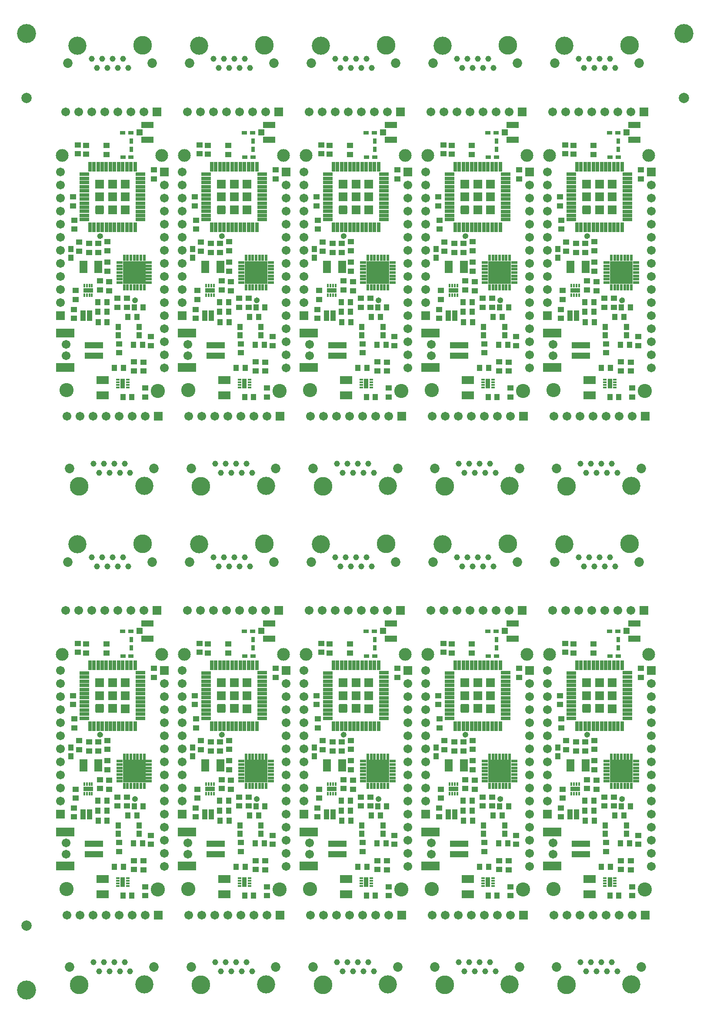
<source format=gts>
G04*
G04 #@! TF.GenerationSoftware,Altium Limited,Altium Designer,18.1.9 (240)*
G04*
G04 Layer_Color=8388736*
%FSAX25Y25*%
%MOIN*%
G70*
G01*
G75*
%ADD45C,0.14567*%
%ADD66C,0.02400*%
%ADD67C,0.07874*%
%ADD68C,0.01587*%
%ADD69R,0.04737X0.03950*%
%ADD70R,0.03950X0.04737*%
%ADD71R,0.14186X0.06706*%
%ADD72R,0.14186X0.04737*%
%ADD73R,0.02769X0.01784*%
%ADD74R,0.03517X0.07296*%
%ADD75R,0.04343X0.04737*%
%ADD76R,0.09461X0.05918*%
%ADD77R,0.09461X0.04934*%
%ADD78R,0.04737X0.04737*%
%ADD79R,0.03950X0.03162*%
%ADD80R,0.03162X0.03950*%
%ADD81R,0.05918X0.09461*%
%ADD82R,0.07296X0.03517*%
%ADD83R,0.01784X0.02769*%
%ADD84R,0.04737X0.02257*%
%ADD85R,0.02257X0.04737*%
%ADD86R,0.17532X0.17532*%
%ADD87R,0.04245X0.03851*%
%ADD88R,0.02769X0.07493*%
%ADD89R,0.07493X0.02769*%
G04:AMPARAMS|DCode=90|XSize=67.06mil|YSize=67.06mil|CornerRadius=9.91mil|HoleSize=0mil|Usage=FLASHONLY|Rotation=90.000|XOffset=0mil|YOffset=0mil|HoleType=Round|Shape=RoundedRectangle|*
%AMROUNDEDRECTD90*
21,1,0.06706,0.04724,0,0,90.0*
21,1,0.04724,0.06706,0,0,90.0*
1,1,0.01981,0.02362,0.02362*
1,1,0.01981,0.02362,-0.02362*
1,1,0.01981,-0.02362,-0.02362*
1,1,0.01981,-0.02362,0.02362*
%
%ADD90ROUNDEDRECTD90*%
%ADD91R,0.06706X0.06706*%
%ADD92R,0.03950X0.04737*%
%ADD93C,0.06706*%
%ADD94C,0.10800*%
%ADD95C,0.09800*%
%ADD96C,0.07296*%
%ADD97C,0.13910*%
%ADD98C,0.14304*%
%ADD99C,0.04619*%
%ADD100R,0.06706X0.06706*%
D45*
X1273622Y1025591D02*
D03*
X0769685D02*
D03*
Y0293307D02*
D03*
D66*
X1226335Y0440720D02*
G03*
X1226335Y0440720I0000000J-0001100D01*
G01*
X1199563Y0489932D02*
G03*
X1199563Y0489932I0000000J-0001100D01*
G01*
X1226335Y0822495D02*
G03*
X1226335Y0822495I0000000J-0001100D01*
G01*
X1199563Y0871707D02*
G03*
X1199563Y0871707I0000000J-0001100D01*
G01*
X1132985Y0440720D02*
G03*
X1132985Y0440720I0000000J-0001100D01*
G01*
X1106214Y0489932D02*
G03*
X1106214Y0489932I0000000J-0001100D01*
G01*
X1132985Y0822495D02*
G03*
X1132985Y0822495I0000000J-0001100D01*
G01*
X1106214Y0871707D02*
G03*
X1106214Y0871707I0000000J-0001100D01*
G01*
X1039636Y0440720D02*
G03*
X1039636Y0440720I0000000J-0001100D01*
G01*
X1012864Y0489932D02*
G03*
X1012864Y0489932I0000000J-0001100D01*
G01*
X1039636Y0822495D02*
G03*
X1039636Y0822495I0000000J-0001100D01*
G01*
X1012864Y0871707D02*
G03*
X1012864Y0871707I0000000J-0001100D01*
G01*
X0946286Y0440720D02*
G03*
X0946286Y0440720I0000000J-0001100D01*
G01*
X0919515Y0489932D02*
G03*
X0919515Y0489932I0000000J-0001100D01*
G01*
X0946286Y0822495D02*
G03*
X0946286Y0822495I0000000J-0001100D01*
G01*
X0919515Y0871707D02*
G03*
X0919515Y0871707I0000000J-0001100D01*
G01*
X0852937Y0440720D02*
G03*
X0852937Y0440720I0000000J-0001100D01*
G01*
X0826165Y0489932D02*
G03*
X0826165Y0489932I0000000J-0001100D01*
G01*
X0852937Y0822495D02*
G03*
X0852937Y0822495I0000000J-0001100D01*
G01*
X0826165Y0871707D02*
G03*
X0826165Y0871707I0000000J-0001100D01*
G01*
D67*
X1273622Y0976378D02*
D03*
X0769685D02*
D03*
Y0342520D02*
D03*
D68*
X1226335Y0438400D02*
D03*
Y0440860D02*
D03*
X1199563Y0490072D02*
D03*
Y0487612D02*
D03*
X1226335Y0820175D02*
D03*
Y0822635D02*
D03*
X1199563Y0871847D02*
D03*
Y0869387D02*
D03*
X1132985Y0438400D02*
D03*
Y0440860D02*
D03*
X1106214Y0490072D02*
D03*
Y0487612D02*
D03*
X1132985Y0820175D02*
D03*
Y0822635D02*
D03*
X1106214Y0871847D02*
D03*
Y0869387D02*
D03*
X1039636Y0438400D02*
D03*
Y0440860D02*
D03*
X1012864Y0490072D02*
D03*
Y0487612D02*
D03*
X1039636Y0820175D02*
D03*
Y0822635D02*
D03*
X1012864Y0871847D02*
D03*
Y0869387D02*
D03*
X0946286Y0438400D02*
D03*
Y0440860D02*
D03*
X0919515Y0490072D02*
D03*
Y0487612D02*
D03*
X0946286Y0820175D02*
D03*
Y0822635D02*
D03*
X0919515Y0871847D02*
D03*
Y0869387D02*
D03*
X0852937Y0438400D02*
D03*
Y0440860D02*
D03*
X0826165Y0490072D02*
D03*
Y0487612D02*
D03*
X0852937Y0820175D02*
D03*
Y0822635D02*
D03*
X0826165Y0871847D02*
D03*
Y0869387D02*
D03*
D69*
X1179827Y0494182D02*
D03*
Y0501057D02*
D03*
X1234197Y0372440D02*
D03*
Y0365565D02*
D03*
X1178803Y0518818D02*
D03*
Y0511942D02*
D03*
X1240772Y0539526D02*
D03*
Y0532651D02*
D03*
X1238606Y0411810D02*
D03*
Y0404935D02*
D03*
X1232937Y0392361D02*
D03*
Y0385486D02*
D03*
X1225496Y0385600D02*
D03*
Y0392475D02*
D03*
X1205181Y0462017D02*
D03*
Y0468892D02*
D03*
X1214039Y0399458D02*
D03*
Y0406333D02*
D03*
X1188961Y0551505D02*
D03*
Y0558380D02*
D03*
X1182622Y0551860D02*
D03*
Y0558735D02*
D03*
X1206638Y0453936D02*
D03*
Y0447061D02*
D03*
X1183410Y0477332D02*
D03*
Y0484207D02*
D03*
X1204433Y0558245D02*
D03*
Y0551370D02*
D03*
X1205181Y0477550D02*
D03*
Y0484425D02*
D03*
X1191008Y0483245D02*
D03*
Y0476370D02*
D03*
X1198094Y0483245D02*
D03*
Y0476370D02*
D03*
X1220142Y0434243D02*
D03*
Y0441118D02*
D03*
X1212898Y0434204D02*
D03*
Y0441079D02*
D03*
X1179551Y0425857D02*
D03*
Y0432732D02*
D03*
X1180732Y0447181D02*
D03*
Y0440306D02*
D03*
X1199394Y0454465D02*
D03*
Y0447590D02*
D03*
X1179827Y0875957D02*
D03*
Y0882832D02*
D03*
X1234197Y0754214D02*
D03*
Y0747339D02*
D03*
X1178803Y0900592D02*
D03*
Y0893717D02*
D03*
X1240772Y0921301D02*
D03*
Y0914426D02*
D03*
X1238606Y0793584D02*
D03*
Y0786709D02*
D03*
X1232937Y0774135D02*
D03*
Y0767261D02*
D03*
X1225496Y0767374D02*
D03*
Y0774249D02*
D03*
X1205181Y0843792D02*
D03*
Y0850667D02*
D03*
X1214039Y0781233D02*
D03*
Y0788108D02*
D03*
X1188961Y0933280D02*
D03*
Y0940155D02*
D03*
X1182622Y0933634D02*
D03*
Y0940509D02*
D03*
X1206638Y0835710D02*
D03*
Y0828835D02*
D03*
X1183410Y0859107D02*
D03*
Y0865982D02*
D03*
X1204433Y0940020D02*
D03*
Y0933145D02*
D03*
X1205181Y0859325D02*
D03*
Y0866200D02*
D03*
X1191008Y0865020D02*
D03*
Y0858145D02*
D03*
X1198094Y0865020D02*
D03*
Y0858145D02*
D03*
X1220142Y0816018D02*
D03*
Y0822893D02*
D03*
X1212898Y0815978D02*
D03*
Y0822853D02*
D03*
X1179551Y0807632D02*
D03*
Y0814507D02*
D03*
X1180732Y0828956D02*
D03*
Y0822081D02*
D03*
X1199394Y0836239D02*
D03*
Y0829364D02*
D03*
X1086477Y0494182D02*
D03*
Y0501057D02*
D03*
X1140847Y0372440D02*
D03*
Y0365565D02*
D03*
X1085454Y0518818D02*
D03*
Y0511942D02*
D03*
X1147422Y0539526D02*
D03*
Y0532651D02*
D03*
X1145257Y0411810D02*
D03*
Y0404935D02*
D03*
X1139588Y0392361D02*
D03*
Y0385486D02*
D03*
X1132147Y0385600D02*
D03*
Y0392475D02*
D03*
X1111832Y0462017D02*
D03*
Y0468892D02*
D03*
X1120690Y0399458D02*
D03*
Y0406333D02*
D03*
X1095611Y0551505D02*
D03*
Y0558380D02*
D03*
X1089273Y0551860D02*
D03*
Y0558735D02*
D03*
X1113288Y0453936D02*
D03*
Y0447061D02*
D03*
X1090060Y0477332D02*
D03*
Y0484207D02*
D03*
X1111084Y0558245D02*
D03*
Y0551370D02*
D03*
X1111832Y0477550D02*
D03*
Y0484425D02*
D03*
X1097659Y0483245D02*
D03*
Y0476370D02*
D03*
X1104745Y0483245D02*
D03*
Y0476370D02*
D03*
X1126792Y0434243D02*
D03*
Y0441118D02*
D03*
X1119548Y0434204D02*
D03*
Y0441079D02*
D03*
X1086202Y0425857D02*
D03*
Y0432732D02*
D03*
X1087383Y0447181D02*
D03*
Y0440306D02*
D03*
X1106044Y0454465D02*
D03*
Y0447590D02*
D03*
X1086477Y0875957D02*
D03*
Y0882832D02*
D03*
X1140847Y0754214D02*
D03*
Y0747339D02*
D03*
X1085454Y0900592D02*
D03*
Y0893717D02*
D03*
X1147422Y0921301D02*
D03*
Y0914426D02*
D03*
X1145257Y0793584D02*
D03*
Y0786709D02*
D03*
X1139588Y0774135D02*
D03*
Y0767261D02*
D03*
X1132147Y0767374D02*
D03*
Y0774249D02*
D03*
X1111832Y0843792D02*
D03*
Y0850667D02*
D03*
X1120690Y0781233D02*
D03*
Y0788108D02*
D03*
X1095611Y0933280D02*
D03*
Y0940155D02*
D03*
X1089273Y0933634D02*
D03*
Y0940509D02*
D03*
X1113288Y0835710D02*
D03*
Y0828835D02*
D03*
X1090060Y0859107D02*
D03*
Y0865982D02*
D03*
X1111084Y0940020D02*
D03*
Y0933145D02*
D03*
X1111832Y0859325D02*
D03*
Y0866200D02*
D03*
X1097659Y0865020D02*
D03*
Y0858145D02*
D03*
X1104745Y0865020D02*
D03*
Y0858145D02*
D03*
X1126792Y0816018D02*
D03*
Y0822893D02*
D03*
X1119548Y0815978D02*
D03*
Y0822853D02*
D03*
X1086202Y0807632D02*
D03*
Y0814507D02*
D03*
X1087383Y0828956D02*
D03*
Y0822081D02*
D03*
X1106044Y0836239D02*
D03*
Y0829364D02*
D03*
X0993128Y0494182D02*
D03*
Y0501057D02*
D03*
X1047498Y0372440D02*
D03*
Y0365565D02*
D03*
X0992104Y0518818D02*
D03*
Y0511942D02*
D03*
X1054073Y0539526D02*
D03*
Y0532651D02*
D03*
X1051907Y0411810D02*
D03*
Y0404935D02*
D03*
X1046238Y0392361D02*
D03*
Y0385486D02*
D03*
X1038797Y0385600D02*
D03*
Y0392475D02*
D03*
X1018482Y0462017D02*
D03*
Y0468892D02*
D03*
X1027341Y0399458D02*
D03*
Y0406333D02*
D03*
X1002262Y0551505D02*
D03*
Y0558380D02*
D03*
X0995923Y0551860D02*
D03*
Y0558735D02*
D03*
X1019939Y0453936D02*
D03*
Y0447061D02*
D03*
X0996711Y0477332D02*
D03*
Y0484207D02*
D03*
X1017734Y0558245D02*
D03*
Y0551370D02*
D03*
X1018482Y0477550D02*
D03*
Y0484425D02*
D03*
X1004309Y0483245D02*
D03*
Y0476370D02*
D03*
X1011396Y0483245D02*
D03*
Y0476370D02*
D03*
X1033443Y0434243D02*
D03*
Y0441118D02*
D03*
X1026199Y0434204D02*
D03*
Y0441079D02*
D03*
X0992852Y0425857D02*
D03*
Y0432732D02*
D03*
X0994033Y0447181D02*
D03*
Y0440306D02*
D03*
X1012695Y0454465D02*
D03*
Y0447590D02*
D03*
X0993128Y0875957D02*
D03*
Y0882832D02*
D03*
X1047498Y0754214D02*
D03*
Y0747339D02*
D03*
X0992104Y0900592D02*
D03*
Y0893717D02*
D03*
X1054073Y0921301D02*
D03*
Y0914426D02*
D03*
X1051907Y0793584D02*
D03*
Y0786709D02*
D03*
X1046238Y0774135D02*
D03*
Y0767261D02*
D03*
X1038797Y0767374D02*
D03*
Y0774249D02*
D03*
X1018482Y0843792D02*
D03*
Y0850667D02*
D03*
X1027341Y0781233D02*
D03*
Y0788108D02*
D03*
X1002262Y0933280D02*
D03*
Y0940155D02*
D03*
X0995923Y0933634D02*
D03*
Y0940509D02*
D03*
X1019939Y0835710D02*
D03*
Y0828835D02*
D03*
X0996711Y0859107D02*
D03*
Y0865982D02*
D03*
X1017734Y0940020D02*
D03*
Y0933145D02*
D03*
X1018482Y0859325D02*
D03*
Y0866200D02*
D03*
X1004309Y0865020D02*
D03*
Y0858145D02*
D03*
X1011396Y0865020D02*
D03*
Y0858145D02*
D03*
X1033443Y0816018D02*
D03*
Y0822893D02*
D03*
X1026199Y0815978D02*
D03*
Y0822853D02*
D03*
X0992852Y0807632D02*
D03*
Y0814507D02*
D03*
X0994033Y0828956D02*
D03*
Y0822081D02*
D03*
X1012695Y0836239D02*
D03*
Y0829364D02*
D03*
X0899778Y0494182D02*
D03*
Y0501057D02*
D03*
X0954148Y0372440D02*
D03*
Y0365565D02*
D03*
X0898755Y0518818D02*
D03*
Y0511942D02*
D03*
X0960723Y0539526D02*
D03*
Y0532651D02*
D03*
X0958558Y0411810D02*
D03*
Y0404935D02*
D03*
X0952889Y0392361D02*
D03*
Y0385486D02*
D03*
X0945448Y0385600D02*
D03*
Y0392475D02*
D03*
X0925133Y0462017D02*
D03*
Y0468892D02*
D03*
X0933991Y0399458D02*
D03*
Y0406333D02*
D03*
X0908912Y0551505D02*
D03*
Y0558380D02*
D03*
X0902574Y0551860D02*
D03*
Y0558735D02*
D03*
X0926589Y0453936D02*
D03*
Y0447061D02*
D03*
X0903361Y0477332D02*
D03*
Y0484207D02*
D03*
X0924385Y0558245D02*
D03*
Y0551370D02*
D03*
X0925133Y0477550D02*
D03*
Y0484425D02*
D03*
X0910960Y0483245D02*
D03*
Y0476370D02*
D03*
X0918046Y0483245D02*
D03*
Y0476370D02*
D03*
X0940093Y0434243D02*
D03*
Y0441118D02*
D03*
X0932849Y0434204D02*
D03*
Y0441079D02*
D03*
X0899503Y0425857D02*
D03*
Y0432732D02*
D03*
X0900684Y0447181D02*
D03*
Y0440306D02*
D03*
X0919345Y0454465D02*
D03*
Y0447590D02*
D03*
X0899778Y0875957D02*
D03*
Y0882832D02*
D03*
X0954148Y0754214D02*
D03*
Y0747339D02*
D03*
X0898755Y0900592D02*
D03*
Y0893717D02*
D03*
X0960723Y0921301D02*
D03*
Y0914426D02*
D03*
X0958558Y0793584D02*
D03*
Y0786709D02*
D03*
X0952889Y0774135D02*
D03*
Y0767261D02*
D03*
X0945448Y0767374D02*
D03*
Y0774249D02*
D03*
X0925133Y0843792D02*
D03*
Y0850667D02*
D03*
X0933991Y0781233D02*
D03*
Y0788108D02*
D03*
X0908912Y0933280D02*
D03*
Y0940155D02*
D03*
X0902574Y0933634D02*
D03*
Y0940509D02*
D03*
X0926589Y0835710D02*
D03*
Y0828835D02*
D03*
X0903361Y0859107D02*
D03*
Y0865982D02*
D03*
X0924385Y0940020D02*
D03*
Y0933145D02*
D03*
X0925133Y0859325D02*
D03*
Y0866200D02*
D03*
X0910960Y0865020D02*
D03*
Y0858145D02*
D03*
X0918046Y0865020D02*
D03*
Y0858145D02*
D03*
X0940093Y0816018D02*
D03*
Y0822893D02*
D03*
X0932849Y0815978D02*
D03*
Y0822853D02*
D03*
X0899503Y0807632D02*
D03*
Y0814507D02*
D03*
X0900684Y0828956D02*
D03*
Y0822081D02*
D03*
X0919345Y0836239D02*
D03*
Y0829364D02*
D03*
X0806429Y0494182D02*
D03*
Y0501057D02*
D03*
X0860799Y0372440D02*
D03*
Y0365565D02*
D03*
X0805405Y0518818D02*
D03*
Y0511942D02*
D03*
X0867374Y0539526D02*
D03*
Y0532651D02*
D03*
X0865209Y0411810D02*
D03*
Y0404935D02*
D03*
X0859539Y0392361D02*
D03*
Y0385486D02*
D03*
X0852098Y0385600D02*
D03*
Y0392475D02*
D03*
X0831783Y0462017D02*
D03*
Y0468892D02*
D03*
X0840642Y0399458D02*
D03*
Y0406333D02*
D03*
X0815563Y0551505D02*
D03*
Y0558380D02*
D03*
X0809224Y0551860D02*
D03*
Y0558735D02*
D03*
X0833240Y0453936D02*
D03*
Y0447061D02*
D03*
X0810012Y0477332D02*
D03*
Y0484207D02*
D03*
X0831035Y0558245D02*
D03*
Y0551370D02*
D03*
X0831783Y0477550D02*
D03*
Y0484425D02*
D03*
X0817610Y0483245D02*
D03*
Y0476370D02*
D03*
X0824697Y0483245D02*
D03*
Y0476370D02*
D03*
X0846744Y0434243D02*
D03*
Y0441118D02*
D03*
X0839500Y0434204D02*
D03*
Y0441079D02*
D03*
X0806153Y0425857D02*
D03*
Y0432732D02*
D03*
X0807335Y0447181D02*
D03*
Y0440306D02*
D03*
X0825996Y0454465D02*
D03*
Y0447590D02*
D03*
X0806429Y0875957D02*
D03*
Y0882832D02*
D03*
X0860799Y0754214D02*
D03*
Y0747339D02*
D03*
X0805405Y0900592D02*
D03*
Y0893717D02*
D03*
X0867374Y0921301D02*
D03*
Y0914426D02*
D03*
X0865209Y0793584D02*
D03*
Y0786709D02*
D03*
X0859539Y0774135D02*
D03*
Y0767261D02*
D03*
X0852098Y0767374D02*
D03*
Y0774249D02*
D03*
X0831783Y0843792D02*
D03*
Y0850667D02*
D03*
X0840642Y0781233D02*
D03*
Y0788108D02*
D03*
X0815563Y0933280D02*
D03*
Y0940155D02*
D03*
X0809224Y0933634D02*
D03*
Y0940509D02*
D03*
X0833240Y0835710D02*
D03*
Y0828835D02*
D03*
X0810012Y0859107D02*
D03*
Y0865982D02*
D03*
X0831035Y0940020D02*
D03*
Y0933145D02*
D03*
X0831783Y0859325D02*
D03*
Y0866200D02*
D03*
X0817610Y0865020D02*
D03*
Y0858145D02*
D03*
X0824697Y0865020D02*
D03*
Y0858145D02*
D03*
X0846744Y0816018D02*
D03*
Y0822893D02*
D03*
X0839500Y0815978D02*
D03*
Y0822853D02*
D03*
X0806153Y0807632D02*
D03*
Y0814507D02*
D03*
X0807335Y0828956D02*
D03*
Y0822081D02*
D03*
X0825996Y0836239D02*
D03*
Y0829364D02*
D03*
D70*
X1197903Y0438193D02*
D03*
X1204778D02*
D03*
X1204743Y0430752D02*
D03*
X1197868D02*
D03*
X1204997Y0422996D02*
D03*
X1198122D02*
D03*
X1227714Y0427012D02*
D03*
X1220839D02*
D03*
X1232044Y0405634D02*
D03*
X1225169D02*
D03*
X1232635Y0434138D02*
D03*
X1225760D02*
D03*
X1210483Y0387799D02*
D03*
X1217358D02*
D03*
X1223934Y0365634D02*
D03*
X1217059D02*
D03*
X1197903Y0819968D02*
D03*
X1204778D02*
D03*
X1204743Y0812527D02*
D03*
X1197868D02*
D03*
X1204997Y0804771D02*
D03*
X1198122D02*
D03*
X1227714Y0808786D02*
D03*
X1220839D02*
D03*
X1232044Y0787408D02*
D03*
X1225169D02*
D03*
X1232635Y0815912D02*
D03*
X1225760D02*
D03*
X1210483Y0769574D02*
D03*
X1217358D02*
D03*
X1223934Y0747408D02*
D03*
X1217059D02*
D03*
X1104554Y0438193D02*
D03*
X1111429D02*
D03*
X1111393Y0430752D02*
D03*
X1104518D02*
D03*
X1111648Y0422996D02*
D03*
X1104773D02*
D03*
X1134364Y0427012D02*
D03*
X1127489D02*
D03*
X1138695Y0405634D02*
D03*
X1131820D02*
D03*
X1139285Y0434138D02*
D03*
X1132410D02*
D03*
X1117134Y0387799D02*
D03*
X1124009D02*
D03*
X1130585Y0365634D02*
D03*
X1123710D02*
D03*
X1104554Y0819968D02*
D03*
X1111429D02*
D03*
X1111393Y0812527D02*
D03*
X1104518D02*
D03*
X1111648Y0804771D02*
D03*
X1104773D02*
D03*
X1134364Y0808786D02*
D03*
X1127489D02*
D03*
X1138695Y0787408D02*
D03*
X1131820D02*
D03*
X1139285Y0815912D02*
D03*
X1132410D02*
D03*
X1117134Y0769574D02*
D03*
X1124009D02*
D03*
X1130585Y0747408D02*
D03*
X1123710D02*
D03*
X1011204Y0438193D02*
D03*
X1018079D02*
D03*
X1018044Y0430752D02*
D03*
X1011169D02*
D03*
X1018298Y0422996D02*
D03*
X1011423D02*
D03*
X1041015Y0427012D02*
D03*
X1034140D02*
D03*
X1045345Y0405634D02*
D03*
X1038470D02*
D03*
X1045936Y0434138D02*
D03*
X1039061D02*
D03*
X1023784Y0387799D02*
D03*
X1030659D02*
D03*
X1037235Y0365634D02*
D03*
X1030360D02*
D03*
X1011204Y0819968D02*
D03*
X1018079D02*
D03*
X1018044Y0812527D02*
D03*
X1011169D02*
D03*
X1018298Y0804771D02*
D03*
X1011423D02*
D03*
X1041015Y0808786D02*
D03*
X1034140D02*
D03*
X1045345Y0787408D02*
D03*
X1038470D02*
D03*
X1045936Y0815912D02*
D03*
X1039061D02*
D03*
X1023784Y0769574D02*
D03*
X1030659D02*
D03*
X1037235Y0747408D02*
D03*
X1030360D02*
D03*
X0917855Y0438193D02*
D03*
X0924730D02*
D03*
X0924694Y0430752D02*
D03*
X0917819D02*
D03*
X0924949Y0422996D02*
D03*
X0918074D02*
D03*
X0947665Y0427012D02*
D03*
X0940790D02*
D03*
X0951996Y0405634D02*
D03*
X0945121D02*
D03*
X0952586Y0434138D02*
D03*
X0945712D02*
D03*
X0930435Y0387799D02*
D03*
X0937310D02*
D03*
X0943886Y0365634D02*
D03*
X0937011D02*
D03*
X0917855Y0819968D02*
D03*
X0924730D02*
D03*
X0924694Y0812527D02*
D03*
X0917819D02*
D03*
X0924949Y0804771D02*
D03*
X0918074D02*
D03*
X0947665Y0808786D02*
D03*
X0940790D02*
D03*
X0951996Y0787408D02*
D03*
X0945121D02*
D03*
X0952586Y0815912D02*
D03*
X0945712D02*
D03*
X0930435Y0769574D02*
D03*
X0937310D02*
D03*
X0943886Y0747408D02*
D03*
X0937011D02*
D03*
X0824505Y0438193D02*
D03*
X0831380D02*
D03*
X0831345Y0430752D02*
D03*
X0824470D02*
D03*
X0831599Y0422996D02*
D03*
X0824724D02*
D03*
X0854316Y0427012D02*
D03*
X0847441D02*
D03*
X0858646Y0405634D02*
D03*
X0851772D02*
D03*
X0859237Y0434138D02*
D03*
X0852362D02*
D03*
X0837086Y0387799D02*
D03*
X0843960D02*
D03*
X0850536Y0365634D02*
D03*
X0843661D02*
D03*
X0824505Y0819968D02*
D03*
X0831380D02*
D03*
X0831345Y0812527D02*
D03*
X0824470D02*
D03*
X0831599Y0804771D02*
D03*
X0824724D02*
D03*
X0854316Y0808786D02*
D03*
X0847441D02*
D03*
X0858646Y0787408D02*
D03*
X0851772D02*
D03*
X0859237Y0815912D02*
D03*
X0852362D02*
D03*
X0837086Y0769574D02*
D03*
X0843960D02*
D03*
X0850536Y0747408D02*
D03*
X0843661D02*
D03*
D71*
X1172779Y0414492D02*
D03*
X1172735Y0388229D02*
D03*
X1172779Y0796267D02*
D03*
X1172735Y0770004D02*
D03*
X1079430Y0414492D02*
D03*
X1079385Y0388229D02*
D03*
X1079430Y0796267D02*
D03*
X1079385Y0770004D02*
D03*
X0986081Y0414492D02*
D03*
X0986036Y0388229D02*
D03*
X0986081Y0796267D02*
D03*
X0986036Y0770004D02*
D03*
X0892731Y0414492D02*
D03*
X0892686Y0388229D02*
D03*
X0892731Y0796267D02*
D03*
X0892686Y0770004D02*
D03*
X0799382Y0414492D02*
D03*
X0799337Y0388229D02*
D03*
X0799382Y0796267D02*
D03*
X0799337Y0770004D02*
D03*
D72*
X1194831Y0397336D02*
D03*
X1194821Y0405249D02*
D03*
X1194831Y0779110D02*
D03*
X1194821Y0787023D02*
D03*
X1101481Y0397336D02*
D03*
X1101472Y0405249D02*
D03*
X1101481Y0779110D02*
D03*
X1101472Y0787023D02*
D03*
X1008132Y0397336D02*
D03*
X1008123Y0405249D02*
D03*
X1008132Y0779110D02*
D03*
X1008123Y0787023D02*
D03*
X0914782Y0397336D02*
D03*
X0914773Y0405249D02*
D03*
X0914782Y0779110D02*
D03*
X0914773Y0787023D02*
D03*
X0821433Y0397336D02*
D03*
X0821424Y0405249D02*
D03*
X0821433Y0779110D02*
D03*
X0821424Y0787023D02*
D03*
D73*
X1220693Y0373075D02*
D03*
Y0375043D02*
D03*
Y0377012D02*
D03*
Y0378980D02*
D03*
X1213213Y0373075D02*
D03*
Y0375043D02*
D03*
Y0377012D02*
D03*
Y0378980D02*
D03*
X1220693Y0754849D02*
D03*
Y0756818D02*
D03*
Y0758786D02*
D03*
Y0760755D02*
D03*
X1213213Y0754849D02*
D03*
Y0756818D02*
D03*
Y0758786D02*
D03*
Y0760755D02*
D03*
X1127343Y0373075D02*
D03*
Y0375043D02*
D03*
Y0377012D02*
D03*
Y0378980D02*
D03*
X1119863Y0373075D02*
D03*
Y0375043D02*
D03*
Y0377012D02*
D03*
Y0378980D02*
D03*
X1127343Y0754849D02*
D03*
Y0756818D02*
D03*
Y0758786D02*
D03*
Y0760755D02*
D03*
X1119863Y0754849D02*
D03*
Y0756818D02*
D03*
Y0758786D02*
D03*
Y0760755D02*
D03*
X1033994Y0373075D02*
D03*
Y0375043D02*
D03*
Y0377012D02*
D03*
Y0378980D02*
D03*
X1026514Y0373075D02*
D03*
Y0375043D02*
D03*
Y0377012D02*
D03*
Y0378980D02*
D03*
X1033994Y0754849D02*
D03*
Y0756818D02*
D03*
Y0758786D02*
D03*
Y0760755D02*
D03*
X1026514Y0754849D02*
D03*
Y0756818D02*
D03*
Y0758786D02*
D03*
Y0760755D02*
D03*
X0940645Y0373075D02*
D03*
Y0375043D02*
D03*
Y0377012D02*
D03*
Y0378980D02*
D03*
X0933164Y0373075D02*
D03*
Y0375043D02*
D03*
Y0377012D02*
D03*
Y0378980D02*
D03*
X0940645Y0754849D02*
D03*
Y0756818D02*
D03*
Y0758786D02*
D03*
Y0760755D02*
D03*
X0933164Y0754849D02*
D03*
Y0756818D02*
D03*
Y0758786D02*
D03*
Y0760755D02*
D03*
X0847295Y0373075D02*
D03*
Y0375043D02*
D03*
Y0377012D02*
D03*
Y0378980D02*
D03*
X0839815Y0373075D02*
D03*
Y0375043D02*
D03*
Y0377012D02*
D03*
Y0378980D02*
D03*
X0847295Y0754849D02*
D03*
Y0756818D02*
D03*
Y0758786D02*
D03*
Y0760755D02*
D03*
X0839815Y0754849D02*
D03*
Y0756818D02*
D03*
Y0758786D02*
D03*
Y0760755D02*
D03*
D74*
X1216953Y0376028D02*
D03*
Y0757802D02*
D03*
X1123603Y0376028D02*
D03*
Y0757802D02*
D03*
X1030254Y0376028D02*
D03*
Y0757802D02*
D03*
X0936904Y0376028D02*
D03*
Y0757802D02*
D03*
X0843555Y0376028D02*
D03*
Y0757802D02*
D03*
D75*
X1229638Y0412996D02*
D03*
X1213496D02*
D03*
Y0419295D02*
D03*
X1229638D02*
D03*
Y0794771D02*
D03*
X1213496D02*
D03*
Y0801070D02*
D03*
X1229638D02*
D03*
X1136288Y0412996D02*
D03*
X1120147D02*
D03*
Y0419295D02*
D03*
X1136288D02*
D03*
Y0794771D02*
D03*
X1120147D02*
D03*
Y0801070D02*
D03*
X1136288D02*
D03*
X1042939Y0412996D02*
D03*
X1026797D02*
D03*
Y0419295D02*
D03*
X1042939D02*
D03*
Y0794771D02*
D03*
X1026797D02*
D03*
Y0801070D02*
D03*
X1042939D02*
D03*
X0949590Y0412996D02*
D03*
X0933448D02*
D03*
Y0419295D02*
D03*
X0949590D02*
D03*
Y0794771D02*
D03*
X0933448D02*
D03*
Y0801070D02*
D03*
X0949590D02*
D03*
X0856240Y0412996D02*
D03*
X0840098D02*
D03*
Y0419295D02*
D03*
X0856240D02*
D03*
Y0794771D02*
D03*
X0840098D02*
D03*
Y0801070D02*
D03*
X0856240D02*
D03*
D76*
X1201402Y0366776D02*
D03*
Y0378429D02*
D03*
Y0748550D02*
D03*
Y0760204D02*
D03*
X1108052Y0366776D02*
D03*
Y0378429D02*
D03*
Y0748550D02*
D03*
Y0760204D02*
D03*
X1014703Y0366776D02*
D03*
Y0378429D02*
D03*
Y0748550D02*
D03*
Y0760204D02*
D03*
X0921353Y0366776D02*
D03*
Y0378429D02*
D03*
Y0748550D02*
D03*
Y0760204D02*
D03*
X0828004Y0366776D02*
D03*
Y0378429D02*
D03*
Y0748550D02*
D03*
Y0760204D02*
D03*
D77*
X1235839Y0574039D02*
D03*
Y0562425D02*
D03*
Y0955814D02*
D03*
Y0944200D02*
D03*
X1142489Y0574039D02*
D03*
Y0562425D02*
D03*
Y0955814D02*
D03*
Y0944200D02*
D03*
X1049140Y0574039D02*
D03*
Y0562425D02*
D03*
Y0955814D02*
D03*
Y0944200D02*
D03*
X0955790Y0574039D02*
D03*
Y0562425D02*
D03*
Y0955814D02*
D03*
Y0944200D02*
D03*
X0862441Y0574039D02*
D03*
Y0562425D02*
D03*
Y0955814D02*
D03*
Y0944200D02*
D03*
D78*
X1229933Y0568232D02*
D03*
Y0950007D02*
D03*
X1136584Y0568232D02*
D03*
Y0950007D02*
D03*
X1043234Y0568232D02*
D03*
Y0950007D02*
D03*
X0949885Y0568232D02*
D03*
Y0950007D02*
D03*
X0856535Y0568232D02*
D03*
Y0950007D02*
D03*
D79*
X1223094Y0567957D02*
D03*
X1216835D02*
D03*
X1223331Y0549098D02*
D03*
X1217071D02*
D03*
X1223094Y0949731D02*
D03*
X1216835D02*
D03*
X1223331Y0930873D02*
D03*
X1217071D02*
D03*
X1129745Y0567957D02*
D03*
X1123485D02*
D03*
X1129981Y0549098D02*
D03*
X1123721D02*
D03*
X1129745Y0949731D02*
D03*
X1123485D02*
D03*
X1129981Y0930873D02*
D03*
X1123721D02*
D03*
X1036396Y0567957D02*
D03*
X1030136D02*
D03*
X1036632Y0549098D02*
D03*
X1030372D02*
D03*
X1036396Y0949731D02*
D03*
X1030136D02*
D03*
X1036632Y0930873D02*
D03*
X1030372D02*
D03*
X0943046Y0567957D02*
D03*
X0936786D02*
D03*
X0943282Y0549098D02*
D03*
X0937022D02*
D03*
X0943046Y0949731D02*
D03*
X0936786D02*
D03*
X0943282Y0930873D02*
D03*
X0937022D02*
D03*
X0849697Y0567957D02*
D03*
X0843437D02*
D03*
X0849933Y0549098D02*
D03*
X0843673D02*
D03*
X0849697Y0949731D02*
D03*
X0843437D02*
D03*
X0849933Y0930873D02*
D03*
X0843673D02*
D03*
D80*
X1223409Y0561618D02*
D03*
Y0555358D02*
D03*
Y0943393D02*
D03*
Y0937133D02*
D03*
X1130060Y0561618D02*
D03*
Y0555358D02*
D03*
Y0943393D02*
D03*
Y0937133D02*
D03*
X1036711Y0561618D02*
D03*
Y0555358D02*
D03*
Y0943393D02*
D03*
Y0937133D02*
D03*
X0943361Y0561618D02*
D03*
Y0555358D02*
D03*
Y0943393D02*
D03*
Y0937133D02*
D03*
X0850012Y0561618D02*
D03*
Y0555358D02*
D03*
Y0943393D02*
D03*
Y0937133D02*
D03*
D81*
X1198331Y0465240D02*
D03*
X1186677D02*
D03*
X1198331Y0847015D02*
D03*
X1186677D02*
D03*
X1104981Y0465240D02*
D03*
X1093328D02*
D03*
X1104981Y0847015D02*
D03*
X1093328D02*
D03*
X1011632Y0465240D02*
D03*
X0999978D02*
D03*
X1011632Y0847015D02*
D03*
X0999978D02*
D03*
X0918282Y0465240D02*
D03*
X0906629D02*
D03*
X0918282Y0847015D02*
D03*
X0906629D02*
D03*
X0824933Y0465240D02*
D03*
X0813279D02*
D03*
X0824933Y0847015D02*
D03*
X0813279D02*
D03*
D82*
X1190378Y0447327D02*
D03*
Y0829101D02*
D03*
X1097029Y0447327D02*
D03*
Y0829101D02*
D03*
X1003679Y0447327D02*
D03*
Y0829101D02*
D03*
X0910330Y0447327D02*
D03*
Y0829101D02*
D03*
X0816980Y0447327D02*
D03*
Y0829101D02*
D03*
D83*
X1193331Y0451067D02*
D03*
X1191362D02*
D03*
X1189394D02*
D03*
X1187425D02*
D03*
X1193331Y0443587D02*
D03*
X1191362D02*
D03*
X1189394D02*
D03*
X1187425D02*
D03*
X1193331Y0832842D02*
D03*
X1191362D02*
D03*
X1189394D02*
D03*
X1187425D02*
D03*
X1193331Y0825361D02*
D03*
X1191362D02*
D03*
X1189394D02*
D03*
X1187425D02*
D03*
X1099981Y0451067D02*
D03*
X1098013D02*
D03*
X1096044D02*
D03*
X1094076D02*
D03*
X1099981Y0443587D02*
D03*
X1098013D02*
D03*
X1096044D02*
D03*
X1094076D02*
D03*
X1099981Y0832842D02*
D03*
X1098013D02*
D03*
X1096044D02*
D03*
X1094076D02*
D03*
X1099981Y0825361D02*
D03*
X1098013D02*
D03*
X1096044D02*
D03*
X1094076D02*
D03*
X1006632Y0451067D02*
D03*
X1004663D02*
D03*
X1002695D02*
D03*
X1000726D02*
D03*
X1006632Y0443587D02*
D03*
X1004663D02*
D03*
X1002695D02*
D03*
X1000726D02*
D03*
X1006632Y0832842D02*
D03*
X1004663D02*
D03*
X1002695D02*
D03*
X1000726D02*
D03*
X1006632Y0825361D02*
D03*
X1004663D02*
D03*
X1002695D02*
D03*
X1000726D02*
D03*
X0913282Y0451067D02*
D03*
X0911314D02*
D03*
X0909345D02*
D03*
X0907377D02*
D03*
X0913282Y0443587D02*
D03*
X0911314D02*
D03*
X0909345D02*
D03*
X0907377D02*
D03*
X0913282Y0832842D02*
D03*
X0911314D02*
D03*
X0909345D02*
D03*
X0907377D02*
D03*
X0913282Y0825361D02*
D03*
X0911314D02*
D03*
X0909345D02*
D03*
X0907377D02*
D03*
X0819933Y0451067D02*
D03*
X0817964D02*
D03*
X0815996D02*
D03*
X0814027D02*
D03*
X0819933Y0443587D02*
D03*
X0817964D02*
D03*
X0815996D02*
D03*
X0814027D02*
D03*
X0819933Y0832842D02*
D03*
X0817964D02*
D03*
X0815996D02*
D03*
X0814027D02*
D03*
X0819933Y0825361D02*
D03*
X0817964D02*
D03*
X0815996D02*
D03*
X0814027D02*
D03*
D84*
X1214551Y0468587D02*
D03*
Y0466028D02*
D03*
Y0463469D02*
D03*
Y0460910D02*
D03*
Y0458350D02*
D03*
Y0455791D02*
D03*
Y0453232D02*
D03*
X1236992D02*
D03*
Y0455791D02*
D03*
Y0458350D02*
D03*
Y0460910D02*
D03*
Y0463469D02*
D03*
Y0466028D02*
D03*
Y0468587D02*
D03*
X1214551Y0850361D02*
D03*
Y0847802D02*
D03*
Y0845243D02*
D03*
Y0842684D02*
D03*
Y0840125D02*
D03*
Y0837566D02*
D03*
Y0835007D02*
D03*
X1236992D02*
D03*
Y0837566D02*
D03*
Y0840125D02*
D03*
Y0842684D02*
D03*
Y0845243D02*
D03*
Y0847802D02*
D03*
Y0850361D02*
D03*
X1121202Y0468587D02*
D03*
Y0466028D02*
D03*
Y0463469D02*
D03*
Y0460910D02*
D03*
Y0458350D02*
D03*
Y0455791D02*
D03*
Y0453232D02*
D03*
X1143643D02*
D03*
Y0455791D02*
D03*
Y0458350D02*
D03*
Y0460910D02*
D03*
Y0463469D02*
D03*
Y0466028D02*
D03*
Y0468587D02*
D03*
X1121202Y0850361D02*
D03*
Y0847802D02*
D03*
Y0845243D02*
D03*
Y0842684D02*
D03*
Y0840125D02*
D03*
Y0837566D02*
D03*
Y0835007D02*
D03*
X1143643D02*
D03*
Y0837566D02*
D03*
Y0840125D02*
D03*
Y0842684D02*
D03*
Y0845243D02*
D03*
Y0847802D02*
D03*
Y0850361D02*
D03*
X1027852Y0468587D02*
D03*
Y0466028D02*
D03*
Y0463469D02*
D03*
Y0460910D02*
D03*
Y0458350D02*
D03*
Y0455791D02*
D03*
Y0453232D02*
D03*
X1050293D02*
D03*
Y0455791D02*
D03*
Y0458350D02*
D03*
Y0460910D02*
D03*
Y0463469D02*
D03*
Y0466028D02*
D03*
Y0468587D02*
D03*
X1027852Y0850361D02*
D03*
Y0847802D02*
D03*
Y0845243D02*
D03*
Y0842684D02*
D03*
Y0840125D02*
D03*
Y0837566D02*
D03*
Y0835007D02*
D03*
X1050293D02*
D03*
Y0837566D02*
D03*
Y0840125D02*
D03*
Y0842684D02*
D03*
Y0845243D02*
D03*
Y0847802D02*
D03*
Y0850361D02*
D03*
X0934503Y0468587D02*
D03*
Y0466028D02*
D03*
Y0463469D02*
D03*
Y0460910D02*
D03*
Y0458350D02*
D03*
Y0455791D02*
D03*
Y0453232D02*
D03*
X0956944D02*
D03*
Y0455791D02*
D03*
Y0458350D02*
D03*
Y0460910D02*
D03*
Y0463469D02*
D03*
Y0466028D02*
D03*
Y0468587D02*
D03*
X0934503Y0850361D02*
D03*
Y0847802D02*
D03*
Y0845243D02*
D03*
Y0842684D02*
D03*
Y0840125D02*
D03*
Y0837566D02*
D03*
Y0835007D02*
D03*
X0956944D02*
D03*
Y0837566D02*
D03*
Y0840125D02*
D03*
Y0842684D02*
D03*
Y0845243D02*
D03*
Y0847802D02*
D03*
Y0850361D02*
D03*
X0841153Y0468587D02*
D03*
Y0466028D02*
D03*
Y0463469D02*
D03*
Y0460910D02*
D03*
Y0458350D02*
D03*
Y0455791D02*
D03*
Y0453232D02*
D03*
X0863594D02*
D03*
Y0455791D02*
D03*
Y0458350D02*
D03*
Y0460910D02*
D03*
Y0463469D02*
D03*
Y0466028D02*
D03*
Y0468587D02*
D03*
X0841153Y0850361D02*
D03*
Y0847802D02*
D03*
Y0845243D02*
D03*
Y0842684D02*
D03*
Y0840125D02*
D03*
Y0837566D02*
D03*
Y0835007D02*
D03*
X0863594D02*
D03*
Y0837566D02*
D03*
Y0840125D02*
D03*
Y0842684D02*
D03*
Y0845243D02*
D03*
Y0847802D02*
D03*
Y0850361D02*
D03*
D85*
X1218095Y0449689D02*
D03*
X1220654D02*
D03*
X1223213D02*
D03*
X1225772D02*
D03*
X1228331D02*
D03*
X1230890D02*
D03*
X1233449D02*
D03*
Y0472130D02*
D03*
X1230890D02*
D03*
X1228331D02*
D03*
X1225772D02*
D03*
X1223213D02*
D03*
X1220654D02*
D03*
X1218095D02*
D03*
Y0831464D02*
D03*
X1220654D02*
D03*
X1223213D02*
D03*
X1225772D02*
D03*
X1228331D02*
D03*
X1230890D02*
D03*
X1233449D02*
D03*
Y0853905D02*
D03*
X1230890D02*
D03*
X1228331D02*
D03*
X1225772D02*
D03*
X1223213D02*
D03*
X1220654D02*
D03*
X1218095D02*
D03*
X1124745Y0449689D02*
D03*
X1127304D02*
D03*
X1129863D02*
D03*
X1132422D02*
D03*
X1134981D02*
D03*
X1137540D02*
D03*
X1140099D02*
D03*
Y0472130D02*
D03*
X1137540D02*
D03*
X1134981D02*
D03*
X1132422D02*
D03*
X1129863D02*
D03*
X1127304D02*
D03*
X1124745D02*
D03*
Y0831464D02*
D03*
X1127304D02*
D03*
X1129863D02*
D03*
X1132422D02*
D03*
X1134981D02*
D03*
X1137540D02*
D03*
X1140099D02*
D03*
Y0853905D02*
D03*
X1137540D02*
D03*
X1134981D02*
D03*
X1132422D02*
D03*
X1129863D02*
D03*
X1127304D02*
D03*
X1124745D02*
D03*
X1031396Y0449689D02*
D03*
X1033955D02*
D03*
X1036514D02*
D03*
X1039073D02*
D03*
X1041632D02*
D03*
X1044191D02*
D03*
X1046750D02*
D03*
Y0472130D02*
D03*
X1044191D02*
D03*
X1041632D02*
D03*
X1039073D02*
D03*
X1036514D02*
D03*
X1033955D02*
D03*
X1031396D02*
D03*
Y0831464D02*
D03*
X1033955D02*
D03*
X1036514D02*
D03*
X1039073D02*
D03*
X1041632D02*
D03*
X1044191D02*
D03*
X1046750D02*
D03*
Y0853905D02*
D03*
X1044191D02*
D03*
X1041632D02*
D03*
X1039073D02*
D03*
X1036514D02*
D03*
X1033955D02*
D03*
X1031396D02*
D03*
X0938046Y0449689D02*
D03*
X0940605D02*
D03*
X0943164D02*
D03*
X0945723D02*
D03*
X0948282D02*
D03*
X0950841D02*
D03*
X0953401D02*
D03*
Y0472130D02*
D03*
X0950841D02*
D03*
X0948282D02*
D03*
X0945723D02*
D03*
X0943164D02*
D03*
X0940605D02*
D03*
X0938046D02*
D03*
Y0831464D02*
D03*
X0940605D02*
D03*
X0943164D02*
D03*
X0945723D02*
D03*
X0948282D02*
D03*
X0950841D02*
D03*
X0953401D02*
D03*
Y0853905D02*
D03*
X0950841D02*
D03*
X0948282D02*
D03*
X0945723D02*
D03*
X0943164D02*
D03*
X0940605D02*
D03*
X0938046D02*
D03*
X0844697Y0449689D02*
D03*
X0847256D02*
D03*
X0849815D02*
D03*
X0852374D02*
D03*
X0854933D02*
D03*
X0857492D02*
D03*
X0860051D02*
D03*
Y0472130D02*
D03*
X0857492D02*
D03*
X0854933D02*
D03*
X0852374D02*
D03*
X0849815D02*
D03*
X0847256D02*
D03*
X0844697D02*
D03*
Y0831464D02*
D03*
X0847256D02*
D03*
X0849815D02*
D03*
X0852374D02*
D03*
X0854933D02*
D03*
X0857492D02*
D03*
X0860051D02*
D03*
Y0853905D02*
D03*
X0857492D02*
D03*
X0854933D02*
D03*
X0852374D02*
D03*
X0849815D02*
D03*
X0847256D02*
D03*
X0844697D02*
D03*
D86*
X1225772Y0460910D02*
D03*
Y0842684D02*
D03*
X1132422Y0460910D02*
D03*
Y0842684D02*
D03*
X1039073Y0460910D02*
D03*
Y0842684D02*
D03*
X0945723Y0460910D02*
D03*
Y0842684D02*
D03*
X0852374Y0460910D02*
D03*
Y0842684D02*
D03*
D87*
X1186480Y0429748D02*
D03*
X1191500D02*
D03*
X1186480Y0425910D02*
D03*
X1191500D02*
D03*
X1186480Y0811523D02*
D03*
X1191500D02*
D03*
X1186480Y0807684D02*
D03*
X1191500D02*
D03*
X1093131Y0429748D02*
D03*
X1098151D02*
D03*
X1093131Y0425910D02*
D03*
X1098151D02*
D03*
X1093131Y0811523D02*
D03*
X1098151D02*
D03*
X1093131Y0807684D02*
D03*
X1098151D02*
D03*
X0999781Y0429748D02*
D03*
X1004801D02*
D03*
X0999781Y0425910D02*
D03*
X1004801D02*
D03*
X0999781Y0811523D02*
D03*
X1004801D02*
D03*
X0999781Y0807684D02*
D03*
X1004801D02*
D03*
X0906432Y0429748D02*
D03*
X0911452D02*
D03*
X0906432Y0425910D02*
D03*
X0911452D02*
D03*
X0906432Y0811523D02*
D03*
X0911452D02*
D03*
X0906432Y0807684D02*
D03*
X0911452D02*
D03*
X0813083Y0429748D02*
D03*
X0818102D02*
D03*
X0813083Y0425910D02*
D03*
X0818102D02*
D03*
X0813083Y0811523D02*
D03*
X0818102D02*
D03*
X0813083Y0807684D02*
D03*
X0818102D02*
D03*
D88*
X1191717Y0495516D02*
D03*
X1194866D02*
D03*
X1198055D02*
D03*
X1201205D02*
D03*
X1204354D02*
D03*
X1207504D02*
D03*
X1210614D02*
D03*
X1213803D02*
D03*
X1216953D02*
D03*
X1220063D02*
D03*
X1223252D02*
D03*
X1226362D02*
D03*
X1226382Y0541980D02*
D03*
X1223228D02*
D03*
X1220071Y0541980D02*
D03*
X1216933Y0541980D02*
D03*
X1213783Y0541980D02*
D03*
X1210634Y0541980D02*
D03*
X1207504Y0541972D02*
D03*
X1204315D02*
D03*
X1201165D02*
D03*
X1198055D02*
D03*
X1194866D02*
D03*
X1191717D02*
D03*
Y0877290D02*
D03*
X1194866D02*
D03*
X1198055D02*
D03*
X1201205D02*
D03*
X1204354D02*
D03*
X1207504D02*
D03*
X1210614D02*
D03*
X1213803D02*
D03*
X1216953D02*
D03*
X1220063D02*
D03*
X1223252D02*
D03*
X1226362D02*
D03*
X1226382Y0923755D02*
D03*
X1223228D02*
D03*
X1220071Y0923755D02*
D03*
X1216933Y0923755D02*
D03*
X1213783Y0923755D02*
D03*
X1210634Y0923755D02*
D03*
X1207504Y0923747D02*
D03*
X1204315D02*
D03*
X1201165D02*
D03*
X1198055D02*
D03*
X1194866D02*
D03*
X1191717D02*
D03*
X1098367Y0495516D02*
D03*
X1101517D02*
D03*
X1104706D02*
D03*
X1107855D02*
D03*
X1111005D02*
D03*
X1114155D02*
D03*
X1117265D02*
D03*
X1120454D02*
D03*
X1123603D02*
D03*
X1126714D02*
D03*
X1129902D02*
D03*
X1133013D02*
D03*
X1133033Y0541980D02*
D03*
X1129879D02*
D03*
X1126721Y0541980D02*
D03*
X1123584Y0541980D02*
D03*
X1120434Y0541980D02*
D03*
X1117284Y0541980D02*
D03*
X1114155Y0541972D02*
D03*
X1110966D02*
D03*
X1107816D02*
D03*
X1104706D02*
D03*
X1101517D02*
D03*
X1098367D02*
D03*
Y0877290D02*
D03*
X1101517D02*
D03*
X1104706D02*
D03*
X1107855D02*
D03*
X1111005D02*
D03*
X1114155D02*
D03*
X1117265D02*
D03*
X1120454D02*
D03*
X1123603D02*
D03*
X1126714D02*
D03*
X1129902D02*
D03*
X1133013D02*
D03*
X1133033Y0923755D02*
D03*
X1129879D02*
D03*
X1126721Y0923755D02*
D03*
X1123584Y0923755D02*
D03*
X1120434Y0923755D02*
D03*
X1117284Y0923755D02*
D03*
X1114155Y0923747D02*
D03*
X1110966D02*
D03*
X1107816D02*
D03*
X1104706D02*
D03*
X1101517D02*
D03*
X1098367D02*
D03*
X1005018Y0495516D02*
D03*
X1008167D02*
D03*
X1011356D02*
D03*
X1014506D02*
D03*
X1017655D02*
D03*
X1020805D02*
D03*
X1023915D02*
D03*
X1027104D02*
D03*
X1030254D02*
D03*
X1033364D02*
D03*
X1036553D02*
D03*
X1039663D02*
D03*
X1039683Y0541980D02*
D03*
X1036530D02*
D03*
X1033372Y0541980D02*
D03*
X1030234Y0541980D02*
D03*
X1027085Y0541980D02*
D03*
X1023935Y0541980D02*
D03*
X1020805Y0541972D02*
D03*
X1017616D02*
D03*
X1014466D02*
D03*
X1011356D02*
D03*
X1008167D02*
D03*
X1005018D02*
D03*
Y0877290D02*
D03*
X1008167D02*
D03*
X1011356D02*
D03*
X1014506D02*
D03*
X1017655D02*
D03*
X1020805D02*
D03*
X1023915D02*
D03*
X1027104D02*
D03*
X1030254D02*
D03*
X1033364D02*
D03*
X1036553D02*
D03*
X1039663D02*
D03*
X1039683Y0923755D02*
D03*
X1036530D02*
D03*
X1033372Y0923755D02*
D03*
X1030234Y0923755D02*
D03*
X1027085Y0923755D02*
D03*
X1023935Y0923755D02*
D03*
X1020805Y0923747D02*
D03*
X1017616D02*
D03*
X1014466D02*
D03*
X1011356D02*
D03*
X1008167D02*
D03*
X1005018D02*
D03*
X0911668Y0495516D02*
D03*
X0914818D02*
D03*
X0918007D02*
D03*
X0921156D02*
D03*
X0924306D02*
D03*
X0927456D02*
D03*
X0930566D02*
D03*
X0933755D02*
D03*
X0936904D02*
D03*
X0940015D02*
D03*
X0943204D02*
D03*
X0946314D02*
D03*
X0946334Y0541980D02*
D03*
X0943180D02*
D03*
X0940023Y0541980D02*
D03*
X0936885Y0541980D02*
D03*
X0933735Y0541980D02*
D03*
X0930585Y0541980D02*
D03*
X0927456Y0541972D02*
D03*
X0924267D02*
D03*
X0921117D02*
D03*
X0918007D02*
D03*
X0914818D02*
D03*
X0911668D02*
D03*
Y0877290D02*
D03*
X0914818D02*
D03*
X0918007D02*
D03*
X0921156D02*
D03*
X0924306D02*
D03*
X0927456D02*
D03*
X0930566D02*
D03*
X0933755D02*
D03*
X0936904D02*
D03*
X0940015D02*
D03*
X0943204D02*
D03*
X0946314D02*
D03*
X0946334Y0923755D02*
D03*
X0943180D02*
D03*
X0940023Y0923755D02*
D03*
X0936885Y0923755D02*
D03*
X0933735Y0923755D02*
D03*
X0930585Y0923755D02*
D03*
X0927456Y0923747D02*
D03*
X0924267D02*
D03*
X0921117D02*
D03*
X0918007D02*
D03*
X0914818D02*
D03*
X0911668D02*
D03*
X0818319Y0495516D02*
D03*
X0821468D02*
D03*
X0824657D02*
D03*
X0827807D02*
D03*
X0830957D02*
D03*
X0834106D02*
D03*
X0837216D02*
D03*
X0840405D02*
D03*
X0843555D02*
D03*
X0846665D02*
D03*
X0849854D02*
D03*
X0852964D02*
D03*
X0852984Y0541980D02*
D03*
X0849831D02*
D03*
X0846673Y0541980D02*
D03*
X0843535Y0541980D02*
D03*
X0840386Y0541980D02*
D03*
X0837236Y0541980D02*
D03*
X0834106Y0541972D02*
D03*
X0830917D02*
D03*
X0827768D02*
D03*
X0824657D02*
D03*
X0821468D02*
D03*
X0818319D02*
D03*
Y0877290D02*
D03*
X0821468D02*
D03*
X0824657D02*
D03*
X0827807D02*
D03*
X0830957D02*
D03*
X0834106D02*
D03*
X0837216D02*
D03*
X0840405D02*
D03*
X0843555D02*
D03*
X0846665D02*
D03*
X0849854D02*
D03*
X0852964D02*
D03*
X0852984Y0923755D02*
D03*
X0849831D02*
D03*
X0846673Y0923755D02*
D03*
X0843535Y0923755D02*
D03*
X0840386Y0923755D02*
D03*
X0837236Y0923755D02*
D03*
X0834106Y0923747D02*
D03*
X0830917D02*
D03*
X0827768D02*
D03*
X0824657D02*
D03*
X0821468D02*
D03*
X0818319D02*
D03*
D89*
X1230516Y0501421D02*
D03*
Y0504579D02*
D03*
Y0507728D02*
D03*
X1230516Y0510878D02*
D03*
X1230516Y0514028D02*
D03*
X1230516Y0517177D02*
D03*
Y0520327D02*
D03*
X1230512Y0523476D02*
D03*
X1230512Y0526626D02*
D03*
X1230516Y0529776D02*
D03*
Y0532953D02*
D03*
X1230516Y0536264D02*
D03*
X1187583Y0536106D02*
D03*
Y0532917D02*
D03*
Y0529807D02*
D03*
Y0526657D02*
D03*
Y0523508D02*
D03*
Y0520358D02*
D03*
Y0517209D02*
D03*
Y0514059D02*
D03*
Y0510909D02*
D03*
Y0507760D02*
D03*
Y0504610D02*
D03*
Y0501421D02*
D03*
X1230516Y0883196D02*
D03*
Y0886353D02*
D03*
Y0889503D02*
D03*
X1230516Y0892653D02*
D03*
X1230516Y0895802D02*
D03*
X1230516Y0898952D02*
D03*
Y0902101D02*
D03*
X1230512Y0905251D02*
D03*
X1230512Y0908401D02*
D03*
X1230516Y0911550D02*
D03*
Y0914727D02*
D03*
X1230516Y0918038D02*
D03*
X1187583Y0917881D02*
D03*
Y0914692D02*
D03*
Y0911582D02*
D03*
Y0908432D02*
D03*
Y0905282D02*
D03*
Y0902133D02*
D03*
Y0898983D02*
D03*
Y0895834D02*
D03*
Y0892684D02*
D03*
Y0889534D02*
D03*
Y0886385D02*
D03*
Y0883196D02*
D03*
X1137166Y0501421D02*
D03*
Y0504579D02*
D03*
Y0507728D02*
D03*
X1137166Y0510878D02*
D03*
X1137166Y0514028D02*
D03*
X1137166Y0517177D02*
D03*
Y0520327D02*
D03*
X1137162Y0523476D02*
D03*
X1137162Y0526626D02*
D03*
X1137166Y0529776D02*
D03*
Y0532953D02*
D03*
X1137166Y0536264D02*
D03*
X1094233Y0536106D02*
D03*
Y0532917D02*
D03*
Y0529807D02*
D03*
Y0526657D02*
D03*
Y0523508D02*
D03*
Y0520358D02*
D03*
Y0517209D02*
D03*
Y0514059D02*
D03*
Y0510909D02*
D03*
Y0507760D02*
D03*
Y0504610D02*
D03*
Y0501421D02*
D03*
X1137166Y0883196D02*
D03*
Y0886353D02*
D03*
Y0889503D02*
D03*
X1137166Y0892653D02*
D03*
X1137166Y0895802D02*
D03*
X1137166Y0898952D02*
D03*
Y0902101D02*
D03*
X1137162Y0905251D02*
D03*
X1137162Y0908401D02*
D03*
X1137166Y0911550D02*
D03*
Y0914727D02*
D03*
X1137166Y0918038D02*
D03*
X1094233Y0917881D02*
D03*
Y0914692D02*
D03*
Y0911582D02*
D03*
Y0908432D02*
D03*
Y0905282D02*
D03*
Y0902133D02*
D03*
Y0898983D02*
D03*
Y0895834D02*
D03*
Y0892684D02*
D03*
Y0889534D02*
D03*
Y0886385D02*
D03*
Y0883196D02*
D03*
X1043817Y0501421D02*
D03*
Y0504579D02*
D03*
Y0507728D02*
D03*
X1043817Y0510878D02*
D03*
X1043817Y0514028D02*
D03*
X1043817Y0517177D02*
D03*
Y0520327D02*
D03*
X1043813Y0523476D02*
D03*
X1043813Y0526626D02*
D03*
X1043817Y0529776D02*
D03*
Y0532953D02*
D03*
X1043817Y0536264D02*
D03*
X1000884Y0536106D02*
D03*
Y0532917D02*
D03*
Y0529807D02*
D03*
Y0526657D02*
D03*
Y0523508D02*
D03*
Y0520358D02*
D03*
Y0517209D02*
D03*
Y0514059D02*
D03*
Y0510909D02*
D03*
Y0507760D02*
D03*
Y0504610D02*
D03*
Y0501421D02*
D03*
X1043817Y0883196D02*
D03*
Y0886353D02*
D03*
Y0889503D02*
D03*
X1043817Y0892653D02*
D03*
X1043817Y0895802D02*
D03*
X1043817Y0898952D02*
D03*
Y0902101D02*
D03*
X1043813Y0905251D02*
D03*
X1043813Y0908401D02*
D03*
X1043817Y0911550D02*
D03*
Y0914727D02*
D03*
X1043817Y0918038D02*
D03*
X1000884Y0917881D02*
D03*
Y0914692D02*
D03*
Y0911582D02*
D03*
Y0908432D02*
D03*
Y0905282D02*
D03*
Y0902133D02*
D03*
Y0898983D02*
D03*
Y0895834D02*
D03*
Y0892684D02*
D03*
Y0889534D02*
D03*
Y0886385D02*
D03*
Y0883196D02*
D03*
X0950467Y0501421D02*
D03*
Y0504579D02*
D03*
Y0507728D02*
D03*
X0950467Y0510878D02*
D03*
X0950467Y0514028D02*
D03*
X0950467Y0517177D02*
D03*
Y0520327D02*
D03*
X0950463Y0523476D02*
D03*
X0950463Y0526626D02*
D03*
X0950467Y0529776D02*
D03*
Y0532953D02*
D03*
X0950467Y0536264D02*
D03*
X0907534Y0536106D02*
D03*
Y0532917D02*
D03*
Y0529807D02*
D03*
Y0526657D02*
D03*
Y0523508D02*
D03*
Y0520358D02*
D03*
Y0517209D02*
D03*
Y0514059D02*
D03*
Y0510909D02*
D03*
Y0507760D02*
D03*
Y0504610D02*
D03*
Y0501421D02*
D03*
X0950467Y0883196D02*
D03*
Y0886353D02*
D03*
Y0889503D02*
D03*
X0950467Y0892653D02*
D03*
X0950467Y0895802D02*
D03*
X0950467Y0898952D02*
D03*
Y0902101D02*
D03*
X0950463Y0905251D02*
D03*
X0950463Y0908401D02*
D03*
X0950467Y0911550D02*
D03*
Y0914727D02*
D03*
X0950467Y0918038D02*
D03*
X0907534Y0917881D02*
D03*
Y0914692D02*
D03*
Y0911582D02*
D03*
Y0908432D02*
D03*
Y0905282D02*
D03*
Y0902133D02*
D03*
Y0898983D02*
D03*
Y0895834D02*
D03*
Y0892684D02*
D03*
Y0889534D02*
D03*
Y0886385D02*
D03*
Y0883196D02*
D03*
X0857118Y0501421D02*
D03*
Y0504579D02*
D03*
Y0507728D02*
D03*
X0857118Y0510878D02*
D03*
X0857118Y0514028D02*
D03*
X0857118Y0517177D02*
D03*
Y0520327D02*
D03*
X0857114Y0523476D02*
D03*
X0857114Y0526626D02*
D03*
X0857118Y0529776D02*
D03*
Y0532953D02*
D03*
X0857118Y0536264D02*
D03*
X0814185Y0536106D02*
D03*
Y0532917D02*
D03*
Y0529807D02*
D03*
Y0526657D02*
D03*
Y0523508D02*
D03*
Y0520358D02*
D03*
Y0517209D02*
D03*
Y0514059D02*
D03*
Y0510909D02*
D03*
Y0507760D02*
D03*
Y0504610D02*
D03*
Y0501421D02*
D03*
X0857118Y0883196D02*
D03*
Y0886353D02*
D03*
Y0889503D02*
D03*
X0857118Y0892653D02*
D03*
X0857118Y0895802D02*
D03*
X0857118Y0898952D02*
D03*
Y0902101D02*
D03*
X0857114Y0905251D02*
D03*
X0857114Y0908401D02*
D03*
X0857118Y0911550D02*
D03*
Y0914727D02*
D03*
X0857118Y0918038D02*
D03*
X0814185Y0917881D02*
D03*
Y0914692D02*
D03*
Y0911582D02*
D03*
Y0908432D02*
D03*
Y0905282D02*
D03*
Y0902133D02*
D03*
Y0898983D02*
D03*
Y0895834D02*
D03*
Y0892684D02*
D03*
Y0889534D02*
D03*
Y0886385D02*
D03*
Y0883196D02*
D03*
D90*
X1199217Y0508909D02*
D03*
Y0890684D02*
D03*
X1105867Y0508909D02*
D03*
Y0890684D02*
D03*
X1012518Y0508909D02*
D03*
Y0890684D02*
D03*
X0919168Y0508909D02*
D03*
Y0890684D02*
D03*
X0825819Y0508909D02*
D03*
Y0890684D02*
D03*
D91*
X1199217Y0518752D02*
D03*
X1199217Y0528594D02*
D03*
X1209059Y0508910D02*
D03*
Y0518752D02*
D03*
Y0528594D02*
D03*
X1218902Y0508811D02*
D03*
Y0518752D02*
D03*
Y0528594D02*
D03*
X1199217Y0900527D02*
D03*
X1199217Y0910369D02*
D03*
X1209059Y0890684D02*
D03*
Y0900527D02*
D03*
Y0910369D02*
D03*
X1218902Y0890586D02*
D03*
Y0900527D02*
D03*
Y0910369D02*
D03*
X1105867Y0518752D02*
D03*
X1105867Y0528594D02*
D03*
X1115710Y0508910D02*
D03*
Y0518752D02*
D03*
Y0528594D02*
D03*
X1125552Y0508811D02*
D03*
Y0518752D02*
D03*
Y0528594D02*
D03*
X1105867Y0900527D02*
D03*
X1105867Y0910369D02*
D03*
X1115710Y0890684D02*
D03*
Y0900527D02*
D03*
Y0910369D02*
D03*
X1125552Y0890586D02*
D03*
Y0900527D02*
D03*
Y0910369D02*
D03*
X1012518Y0518752D02*
D03*
X1012518Y0528594D02*
D03*
X1022360Y0508910D02*
D03*
Y0518752D02*
D03*
Y0528594D02*
D03*
X1032203Y0508811D02*
D03*
Y0518752D02*
D03*
Y0528594D02*
D03*
X1012518Y0900527D02*
D03*
X1012518Y0910369D02*
D03*
X1022360Y0890684D02*
D03*
Y0900527D02*
D03*
Y0910369D02*
D03*
X1032203Y0890586D02*
D03*
Y0900527D02*
D03*
Y0910369D02*
D03*
X0919168Y0518752D02*
D03*
X0919168Y0528594D02*
D03*
X0929011Y0508910D02*
D03*
Y0518752D02*
D03*
Y0528594D02*
D03*
X0938853Y0508811D02*
D03*
Y0518752D02*
D03*
Y0528594D02*
D03*
X0919168Y0900527D02*
D03*
X0919168Y0910369D02*
D03*
X0929011Y0890684D02*
D03*
Y0900527D02*
D03*
Y0910369D02*
D03*
X0938853Y0890586D02*
D03*
Y0900527D02*
D03*
Y0910369D02*
D03*
X0825819Y0518752D02*
D03*
X0825819Y0528594D02*
D03*
X0835661Y0508910D02*
D03*
Y0518752D02*
D03*
Y0528594D02*
D03*
X0845504Y0508811D02*
D03*
Y0518752D02*
D03*
Y0528594D02*
D03*
X0825819Y0900527D02*
D03*
X0825819Y0910369D02*
D03*
X0835661Y0890684D02*
D03*
Y0900527D02*
D03*
Y0910369D02*
D03*
X0845504Y0890586D02*
D03*
Y0900527D02*
D03*
Y0910369D02*
D03*
X1248760Y0538035D02*
D03*
X1169158Y0428035D02*
D03*
X1248760Y0919810D02*
D03*
X1169158Y0809810D02*
D03*
X1155410Y0538035D02*
D03*
X1075808Y0428035D02*
D03*
X1155410Y0919810D02*
D03*
X1075808Y0809810D02*
D03*
X1062061Y0538035D02*
D03*
X0982459Y0428035D02*
D03*
X1062061Y0919810D02*
D03*
X0982459Y0809810D02*
D03*
X0968711Y0538035D02*
D03*
X0889109Y0428035D02*
D03*
X0968711Y0919810D02*
D03*
X0889109Y0809810D02*
D03*
X0875362Y0538035D02*
D03*
X0795760Y0428035D02*
D03*
X0875362Y0919810D02*
D03*
X0795760Y0809810D02*
D03*
D92*
X1177228Y0478941D02*
D03*
Y0472248D02*
D03*
Y0860716D02*
D03*
Y0854023D02*
D03*
X1083879Y0478941D02*
D03*
Y0472248D02*
D03*
Y0860716D02*
D03*
Y0854023D02*
D03*
X0990530Y0478941D02*
D03*
Y0472248D02*
D03*
Y0860716D02*
D03*
Y0854023D02*
D03*
X0897180Y0478941D02*
D03*
Y0472248D02*
D03*
Y0860716D02*
D03*
Y0854023D02*
D03*
X0803831Y0478941D02*
D03*
Y0472248D02*
D03*
Y0860716D02*
D03*
Y0854023D02*
D03*
D93*
X1173567Y0397366D02*
D03*
Y0406028D02*
D03*
X1173055Y0583941D02*
D03*
X1183055D02*
D03*
X1193055D02*
D03*
X1203055D02*
D03*
X1213055D02*
D03*
X1223055D02*
D03*
X1233055D02*
D03*
X1174079Y0350831D02*
D03*
X1184079D02*
D03*
X1194079D02*
D03*
X1204079D02*
D03*
X1214079D02*
D03*
X1224079D02*
D03*
X1234079D02*
D03*
X1248760Y0388035D02*
D03*
Y0398035D02*
D03*
Y0408035D02*
D03*
Y0418035D02*
D03*
Y0428035D02*
D03*
Y0438035D02*
D03*
Y0448035D02*
D03*
Y0458035D02*
D03*
Y0468035D02*
D03*
Y0478035D02*
D03*
Y0488035D02*
D03*
Y0498035D02*
D03*
Y0508035D02*
D03*
Y0518035D02*
D03*
Y0528035D02*
D03*
X1169158Y0438035D02*
D03*
Y0448035D02*
D03*
Y0458035D02*
D03*
Y0468035D02*
D03*
Y0478035D02*
D03*
Y0488035D02*
D03*
Y0498035D02*
D03*
Y0508035D02*
D03*
Y0518035D02*
D03*
Y0528035D02*
D03*
Y0538035D02*
D03*
X1173567Y0779141D02*
D03*
Y0787802D02*
D03*
X1173055Y0965716D02*
D03*
X1183055D02*
D03*
X1193055D02*
D03*
X1203055D02*
D03*
X1213055D02*
D03*
X1223055D02*
D03*
X1233055D02*
D03*
X1174079Y0732605D02*
D03*
X1184079D02*
D03*
X1194079D02*
D03*
X1204079D02*
D03*
X1214079D02*
D03*
X1224079D02*
D03*
X1234079D02*
D03*
X1248760Y0769810D02*
D03*
Y0779810D02*
D03*
Y0789810D02*
D03*
Y0799810D02*
D03*
Y0809810D02*
D03*
Y0819810D02*
D03*
Y0829810D02*
D03*
Y0839810D02*
D03*
Y0849810D02*
D03*
Y0859810D02*
D03*
Y0869810D02*
D03*
Y0879810D02*
D03*
Y0889810D02*
D03*
Y0899810D02*
D03*
Y0909810D02*
D03*
X1169158Y0819810D02*
D03*
Y0829810D02*
D03*
Y0839810D02*
D03*
Y0849810D02*
D03*
Y0859810D02*
D03*
Y0869810D02*
D03*
Y0879810D02*
D03*
Y0889810D02*
D03*
Y0899810D02*
D03*
Y0909810D02*
D03*
Y0919810D02*
D03*
X1080217Y0397366D02*
D03*
Y0406028D02*
D03*
X1079706Y0583941D02*
D03*
X1089706D02*
D03*
X1099706D02*
D03*
X1109706D02*
D03*
X1119706D02*
D03*
X1129706D02*
D03*
X1139706D02*
D03*
X1080729Y0350831D02*
D03*
X1090729D02*
D03*
X1100729D02*
D03*
X1110729D02*
D03*
X1120729D02*
D03*
X1130729D02*
D03*
X1140729D02*
D03*
X1155410Y0388035D02*
D03*
Y0398035D02*
D03*
Y0408035D02*
D03*
Y0418035D02*
D03*
Y0428035D02*
D03*
Y0438035D02*
D03*
Y0448035D02*
D03*
Y0458035D02*
D03*
Y0468035D02*
D03*
Y0478035D02*
D03*
Y0488035D02*
D03*
Y0498035D02*
D03*
Y0508035D02*
D03*
Y0518035D02*
D03*
Y0528035D02*
D03*
X1075808Y0438035D02*
D03*
Y0448035D02*
D03*
Y0458035D02*
D03*
Y0468035D02*
D03*
Y0478035D02*
D03*
Y0488035D02*
D03*
Y0498035D02*
D03*
Y0508035D02*
D03*
Y0518035D02*
D03*
Y0528035D02*
D03*
Y0538035D02*
D03*
X1080217Y0779141D02*
D03*
Y0787802D02*
D03*
X1079706Y0965716D02*
D03*
X1089706D02*
D03*
X1099706D02*
D03*
X1109706D02*
D03*
X1119706D02*
D03*
X1129706D02*
D03*
X1139706D02*
D03*
X1080729Y0732605D02*
D03*
X1090729D02*
D03*
X1100729D02*
D03*
X1110729D02*
D03*
X1120729D02*
D03*
X1130729D02*
D03*
X1140729D02*
D03*
X1155410Y0769810D02*
D03*
Y0779810D02*
D03*
Y0789810D02*
D03*
Y0799810D02*
D03*
Y0809810D02*
D03*
Y0819810D02*
D03*
Y0829810D02*
D03*
Y0839810D02*
D03*
Y0849810D02*
D03*
Y0859810D02*
D03*
Y0869810D02*
D03*
Y0879810D02*
D03*
Y0889810D02*
D03*
Y0899810D02*
D03*
Y0909810D02*
D03*
X1075808Y0819810D02*
D03*
Y0829810D02*
D03*
Y0839810D02*
D03*
Y0849810D02*
D03*
Y0859810D02*
D03*
Y0869810D02*
D03*
Y0879810D02*
D03*
Y0889810D02*
D03*
Y0899810D02*
D03*
Y0909810D02*
D03*
Y0919810D02*
D03*
X0986868Y0397366D02*
D03*
Y0406028D02*
D03*
X0986356Y0583941D02*
D03*
X0996356D02*
D03*
X1006356D02*
D03*
X1016356D02*
D03*
X1026356D02*
D03*
X1036356D02*
D03*
X1046356D02*
D03*
X0987380Y0350831D02*
D03*
X0997380D02*
D03*
X1007380D02*
D03*
X1017380D02*
D03*
X1027380D02*
D03*
X1037380D02*
D03*
X1047380D02*
D03*
X1062061Y0388035D02*
D03*
Y0398035D02*
D03*
Y0408035D02*
D03*
Y0418035D02*
D03*
Y0428035D02*
D03*
Y0438035D02*
D03*
Y0448035D02*
D03*
Y0458035D02*
D03*
Y0468035D02*
D03*
Y0478035D02*
D03*
Y0488035D02*
D03*
Y0498035D02*
D03*
Y0508035D02*
D03*
Y0518035D02*
D03*
Y0528035D02*
D03*
X0982459Y0438035D02*
D03*
Y0448035D02*
D03*
Y0458035D02*
D03*
Y0468035D02*
D03*
Y0478035D02*
D03*
Y0488035D02*
D03*
Y0498035D02*
D03*
Y0508035D02*
D03*
Y0518035D02*
D03*
Y0528035D02*
D03*
Y0538035D02*
D03*
X0986868Y0779141D02*
D03*
Y0787802D02*
D03*
X0986356Y0965716D02*
D03*
X0996356D02*
D03*
X1006356D02*
D03*
X1016356D02*
D03*
X1026356D02*
D03*
X1036356D02*
D03*
X1046356D02*
D03*
X0987380Y0732605D02*
D03*
X0997380D02*
D03*
X1007380D02*
D03*
X1017380D02*
D03*
X1027380D02*
D03*
X1037380D02*
D03*
X1047380D02*
D03*
X1062061Y0769810D02*
D03*
Y0779810D02*
D03*
Y0789810D02*
D03*
Y0799810D02*
D03*
Y0809810D02*
D03*
Y0819810D02*
D03*
Y0829810D02*
D03*
Y0839810D02*
D03*
Y0849810D02*
D03*
Y0859810D02*
D03*
Y0869810D02*
D03*
Y0879810D02*
D03*
Y0889810D02*
D03*
Y0899810D02*
D03*
Y0909810D02*
D03*
X0982459Y0819810D02*
D03*
Y0829810D02*
D03*
Y0839810D02*
D03*
Y0849810D02*
D03*
Y0859810D02*
D03*
Y0869810D02*
D03*
Y0879810D02*
D03*
Y0889810D02*
D03*
Y0899810D02*
D03*
Y0909810D02*
D03*
Y0919810D02*
D03*
X0893519Y0397366D02*
D03*
Y0406028D02*
D03*
X0893007Y0583941D02*
D03*
X0903007D02*
D03*
X0913007D02*
D03*
X0923007D02*
D03*
X0933007D02*
D03*
X0943007D02*
D03*
X0953007D02*
D03*
X0894030Y0350831D02*
D03*
X0904030D02*
D03*
X0914030D02*
D03*
X0924030D02*
D03*
X0934030D02*
D03*
X0944030D02*
D03*
X0954030D02*
D03*
X0968711Y0388035D02*
D03*
Y0398035D02*
D03*
Y0408035D02*
D03*
Y0418035D02*
D03*
Y0428035D02*
D03*
Y0438035D02*
D03*
Y0448035D02*
D03*
Y0458035D02*
D03*
Y0468035D02*
D03*
Y0478035D02*
D03*
Y0488035D02*
D03*
Y0498035D02*
D03*
Y0508035D02*
D03*
Y0518035D02*
D03*
Y0528035D02*
D03*
X0889109Y0438035D02*
D03*
Y0448035D02*
D03*
Y0458035D02*
D03*
Y0468035D02*
D03*
Y0478035D02*
D03*
Y0488035D02*
D03*
Y0498035D02*
D03*
Y0508035D02*
D03*
Y0518035D02*
D03*
Y0528035D02*
D03*
Y0538035D02*
D03*
X0893519Y0779141D02*
D03*
Y0787802D02*
D03*
X0893007Y0965716D02*
D03*
X0903007D02*
D03*
X0913007D02*
D03*
X0923007D02*
D03*
X0933007D02*
D03*
X0943007D02*
D03*
X0953007D02*
D03*
X0894030Y0732605D02*
D03*
X0904030D02*
D03*
X0914030D02*
D03*
X0924030D02*
D03*
X0934030D02*
D03*
X0944030D02*
D03*
X0954030D02*
D03*
X0968711Y0769810D02*
D03*
Y0779810D02*
D03*
Y0789810D02*
D03*
Y0799810D02*
D03*
Y0809810D02*
D03*
Y0819810D02*
D03*
Y0829810D02*
D03*
Y0839810D02*
D03*
Y0849810D02*
D03*
Y0859810D02*
D03*
Y0869810D02*
D03*
Y0879810D02*
D03*
Y0889810D02*
D03*
Y0899810D02*
D03*
Y0909810D02*
D03*
X0889109Y0819810D02*
D03*
Y0829810D02*
D03*
Y0839810D02*
D03*
Y0849810D02*
D03*
Y0859810D02*
D03*
Y0869810D02*
D03*
Y0879810D02*
D03*
Y0889810D02*
D03*
Y0899810D02*
D03*
Y0909810D02*
D03*
Y0919810D02*
D03*
X0800169Y0397366D02*
D03*
Y0406028D02*
D03*
X0799657Y0583941D02*
D03*
X0809657D02*
D03*
X0819657D02*
D03*
X0829657D02*
D03*
X0839657D02*
D03*
X0849657D02*
D03*
X0859657D02*
D03*
X0800681Y0350831D02*
D03*
X0810681D02*
D03*
X0820681D02*
D03*
X0830681D02*
D03*
X0840681D02*
D03*
X0850681D02*
D03*
X0860681D02*
D03*
X0875362Y0388035D02*
D03*
Y0398035D02*
D03*
Y0408035D02*
D03*
Y0418035D02*
D03*
Y0428035D02*
D03*
Y0438035D02*
D03*
Y0448035D02*
D03*
Y0458035D02*
D03*
Y0468035D02*
D03*
Y0478035D02*
D03*
Y0488035D02*
D03*
Y0498035D02*
D03*
Y0508035D02*
D03*
Y0518035D02*
D03*
Y0528035D02*
D03*
X0795760Y0438035D02*
D03*
Y0448035D02*
D03*
Y0458035D02*
D03*
Y0468035D02*
D03*
Y0478035D02*
D03*
Y0488035D02*
D03*
Y0498035D02*
D03*
Y0508035D02*
D03*
Y0518035D02*
D03*
Y0528035D02*
D03*
Y0538035D02*
D03*
X0800169Y0779141D02*
D03*
Y0787802D02*
D03*
X0799657Y0965716D02*
D03*
X0809657D02*
D03*
X0819657D02*
D03*
X0829657D02*
D03*
X0839657D02*
D03*
X0849657D02*
D03*
X0859657D02*
D03*
X0800681Y0732605D02*
D03*
X0810681D02*
D03*
X0820681D02*
D03*
X0830681D02*
D03*
X0840681D02*
D03*
X0850681D02*
D03*
X0860681D02*
D03*
X0875362Y0769810D02*
D03*
Y0779810D02*
D03*
Y0789810D02*
D03*
Y0799810D02*
D03*
Y0809810D02*
D03*
Y0819810D02*
D03*
Y0829810D02*
D03*
Y0839810D02*
D03*
Y0849810D02*
D03*
Y0859810D02*
D03*
Y0869810D02*
D03*
Y0879810D02*
D03*
Y0889810D02*
D03*
Y0899810D02*
D03*
Y0909810D02*
D03*
X0795760Y0819810D02*
D03*
Y0829810D02*
D03*
Y0839810D02*
D03*
Y0849810D02*
D03*
Y0859810D02*
D03*
Y0869810D02*
D03*
Y0879810D02*
D03*
Y0889810D02*
D03*
Y0899810D02*
D03*
Y0909810D02*
D03*
Y0919810D02*
D03*
D94*
X1173685Y0370752D02*
D03*
X1243764Y0370358D02*
D03*
X1173685Y0752527D02*
D03*
X1243764Y0752133D02*
D03*
X1080336Y0370752D02*
D03*
X1150414Y0370358D02*
D03*
X1080336Y0752527D02*
D03*
X1150414Y0752133D02*
D03*
X0986986Y0370752D02*
D03*
X1057065Y0370358D02*
D03*
X0986986Y0752527D02*
D03*
X1057065Y0752133D02*
D03*
X0893637Y0370752D02*
D03*
X0963715Y0370358D02*
D03*
X0893637Y0752527D02*
D03*
X0963715Y0752133D02*
D03*
X0800287Y0370752D02*
D03*
X0870366Y0370358D02*
D03*
X0800287Y0752527D02*
D03*
X0870366Y0752133D02*
D03*
D95*
X1246913Y0550516D02*
D03*
X1170654D02*
D03*
X1246913Y0932290D02*
D03*
X1170654D02*
D03*
X1153564Y0550516D02*
D03*
X1077304D02*
D03*
X1153564Y0932290D02*
D03*
X1077304D02*
D03*
X1060215Y0550516D02*
D03*
X0983955D02*
D03*
X1060215Y0932290D02*
D03*
X0983955D02*
D03*
X0966865Y0550516D02*
D03*
X0890605D02*
D03*
X0966865Y0932290D02*
D03*
X0890605D02*
D03*
X0873516Y0550516D02*
D03*
X0797256D02*
D03*
X0873516Y0932290D02*
D03*
X0797256D02*
D03*
D96*
X1174748Y0621106D02*
D03*
X1239551D02*
D03*
X1240969Y0311028D02*
D03*
X1176165D02*
D03*
X1174748Y1002881D02*
D03*
X1239551D02*
D03*
X1240969Y0692802D02*
D03*
X1176165D02*
D03*
X1081399Y0621106D02*
D03*
X1146202D02*
D03*
X1147619Y0311028D02*
D03*
X1082816D02*
D03*
X1081399Y1002881D02*
D03*
X1146202D02*
D03*
X1147619Y0692802D02*
D03*
X1082816D02*
D03*
X0988049Y0621106D02*
D03*
X1052852D02*
D03*
X1054270Y0311028D02*
D03*
X0989466D02*
D03*
X0988049Y1002881D02*
D03*
X1052852D02*
D03*
X1054270Y0692802D02*
D03*
X0989466D02*
D03*
X0894700Y0621106D02*
D03*
X0959503D02*
D03*
X0960920Y0311028D02*
D03*
X0896117D02*
D03*
X0894700Y1002881D02*
D03*
X0959503D02*
D03*
X0960920Y0692802D02*
D03*
X0896117D02*
D03*
X0801350Y0621106D02*
D03*
X0866153D02*
D03*
X0867571Y0311028D02*
D03*
X0802768D02*
D03*
X0801350Y1002881D02*
D03*
X0866153D02*
D03*
X0867571Y0692802D02*
D03*
X0802768D02*
D03*
D97*
X1182228Y0634571D02*
D03*
X1233488Y0297563D02*
D03*
X1182228Y1016346D02*
D03*
X1233488Y0679338D02*
D03*
X1088879Y0634571D02*
D03*
X1140139Y0297563D02*
D03*
X1088879Y1016346D02*
D03*
X1140139Y0679338D02*
D03*
X0995529Y0634571D02*
D03*
X1046789Y0297563D02*
D03*
X0995529Y1016346D02*
D03*
X1046789Y0679338D02*
D03*
X0902180Y0634571D02*
D03*
X0953440Y0297563D02*
D03*
X0902180Y1016346D02*
D03*
X0953440Y0679338D02*
D03*
X0808831Y0634571D02*
D03*
X0860090Y0297563D02*
D03*
X0808831Y1016346D02*
D03*
X0860090Y0679338D02*
D03*
D98*
X1232071Y0634886D02*
D03*
X1183646Y0297248D02*
D03*
X1232071Y1016660D02*
D03*
X1183646Y0679023D02*
D03*
X1138721Y0634886D02*
D03*
X1090296Y0297248D02*
D03*
X1138721Y1016660D02*
D03*
X1090296Y0679023D02*
D03*
X1045372Y0634886D02*
D03*
X0996947Y0297248D02*
D03*
X1045372Y1016660D02*
D03*
X0996947Y0679023D02*
D03*
X0952022Y0634886D02*
D03*
X0903597Y0297248D02*
D03*
X0952022Y1016660D02*
D03*
X0903597Y0679023D02*
D03*
X0858673Y0634886D02*
D03*
X0810248Y0297248D02*
D03*
X0858673Y1016660D02*
D03*
X0810248Y0679023D02*
D03*
D99*
X1197268Y0617602D02*
D03*
X1205260Y0617563D02*
D03*
X1213252D02*
D03*
X1221244D02*
D03*
X1193055Y0624610D02*
D03*
X1201047D02*
D03*
X1209039D02*
D03*
X1217031D02*
D03*
X1218449Y0314531D02*
D03*
X1210457Y0314571D02*
D03*
X1202465D02*
D03*
X1194473D02*
D03*
X1222661Y0307524D02*
D03*
X1214669D02*
D03*
X1206677D02*
D03*
X1198685D02*
D03*
X1197268Y0999377D02*
D03*
X1205260Y0999338D02*
D03*
X1213252D02*
D03*
X1221244D02*
D03*
X1193055Y1006385D02*
D03*
X1201047D02*
D03*
X1209039D02*
D03*
X1217031D02*
D03*
X1218449Y0696306D02*
D03*
X1210457Y0696346D02*
D03*
X1202465D02*
D03*
X1194473D02*
D03*
X1222661Y0689298D02*
D03*
X1214669D02*
D03*
X1206677D02*
D03*
X1198685D02*
D03*
X1103918Y0617602D02*
D03*
X1111910Y0617563D02*
D03*
X1119903D02*
D03*
X1127895D02*
D03*
X1099706Y0624610D02*
D03*
X1107698D02*
D03*
X1115690D02*
D03*
X1123682D02*
D03*
X1125099Y0314531D02*
D03*
X1117107Y0314571D02*
D03*
X1109115D02*
D03*
X1101123D02*
D03*
X1129312Y0307524D02*
D03*
X1121320D02*
D03*
X1113328D02*
D03*
X1105336D02*
D03*
X1103918Y0999377D02*
D03*
X1111910Y0999338D02*
D03*
X1119903D02*
D03*
X1127895D02*
D03*
X1099706Y1006385D02*
D03*
X1107698D02*
D03*
X1115690D02*
D03*
X1123682D02*
D03*
X1125099Y0696306D02*
D03*
X1117107Y0696346D02*
D03*
X1109115D02*
D03*
X1101123D02*
D03*
X1129312Y0689298D02*
D03*
X1121320D02*
D03*
X1113328D02*
D03*
X1105336D02*
D03*
X1010569Y0617602D02*
D03*
X1018561Y0617563D02*
D03*
X1026553D02*
D03*
X1034545D02*
D03*
X1006356Y0624610D02*
D03*
X1014348D02*
D03*
X1022340D02*
D03*
X1030333D02*
D03*
X1031750Y0314531D02*
D03*
X1023758Y0314571D02*
D03*
X1015766D02*
D03*
X1007774D02*
D03*
X1035963Y0307524D02*
D03*
X1027970D02*
D03*
X1019978D02*
D03*
X1011986D02*
D03*
X1010569Y0999377D02*
D03*
X1018561Y0999338D02*
D03*
X1026553D02*
D03*
X1034545D02*
D03*
X1006356Y1006385D02*
D03*
X1014348D02*
D03*
X1022340D02*
D03*
X1030333D02*
D03*
X1031750Y0696306D02*
D03*
X1023758Y0696346D02*
D03*
X1015766D02*
D03*
X1007774D02*
D03*
X1035963Y0689298D02*
D03*
X1027970D02*
D03*
X1019978D02*
D03*
X1011986D02*
D03*
X0917219Y0617602D02*
D03*
X0925212Y0617563D02*
D03*
X0933204D02*
D03*
X0941196D02*
D03*
X0913007Y0624610D02*
D03*
X0920999D02*
D03*
X0928991D02*
D03*
X0936983D02*
D03*
X0938400Y0314531D02*
D03*
X0930408Y0314571D02*
D03*
X0922416D02*
D03*
X0914424D02*
D03*
X0942613Y0307524D02*
D03*
X0934621D02*
D03*
X0926629D02*
D03*
X0918637D02*
D03*
X0917219Y0999377D02*
D03*
X0925212Y0999338D02*
D03*
X0933204D02*
D03*
X0941196D02*
D03*
X0913007Y1006385D02*
D03*
X0920999D02*
D03*
X0928991D02*
D03*
X0936983D02*
D03*
X0938400Y0696306D02*
D03*
X0930408Y0696346D02*
D03*
X0922416D02*
D03*
X0914424D02*
D03*
X0942613Y0689298D02*
D03*
X0934621D02*
D03*
X0926629D02*
D03*
X0918637D02*
D03*
X0823870Y0617602D02*
D03*
X0831862Y0617563D02*
D03*
X0839854D02*
D03*
X0847846D02*
D03*
X0819657Y0624610D02*
D03*
X0827649D02*
D03*
X0835642D02*
D03*
X0843634D02*
D03*
X0845051Y0314531D02*
D03*
X0837059Y0314571D02*
D03*
X0829067D02*
D03*
X0821075D02*
D03*
X0849264Y0307524D02*
D03*
X0841271D02*
D03*
X0833279D02*
D03*
X0825287D02*
D03*
X0823870Y0999377D02*
D03*
X0831862Y0999338D02*
D03*
X0839854D02*
D03*
X0847846D02*
D03*
X0819657Y1006385D02*
D03*
X0827649D02*
D03*
X0835642D02*
D03*
X0843634D02*
D03*
X0845051Y0696306D02*
D03*
X0837059Y0696346D02*
D03*
X0829067D02*
D03*
X0821075D02*
D03*
X0849264Y0689298D02*
D03*
X0841271D02*
D03*
X0833279D02*
D03*
X0825287D02*
D03*
D100*
X1243055Y0583941D02*
D03*
X1244079Y0350831D02*
D03*
X1243055Y0965716D02*
D03*
X1244079Y0732605D02*
D03*
X1149706Y0583941D02*
D03*
X1150729Y0350831D02*
D03*
X1149706Y0965716D02*
D03*
X1150729Y0732605D02*
D03*
X1056356Y0583941D02*
D03*
X1057380Y0350831D02*
D03*
X1056356Y0965716D02*
D03*
X1057380Y0732605D02*
D03*
X0963007Y0583941D02*
D03*
X0964030Y0350831D02*
D03*
X0963007Y0965716D02*
D03*
X0964030Y0732605D02*
D03*
X0869657Y0583941D02*
D03*
X0870681Y0350831D02*
D03*
X0869657Y0965716D02*
D03*
X0870681Y0732605D02*
D03*
M02*

</source>
